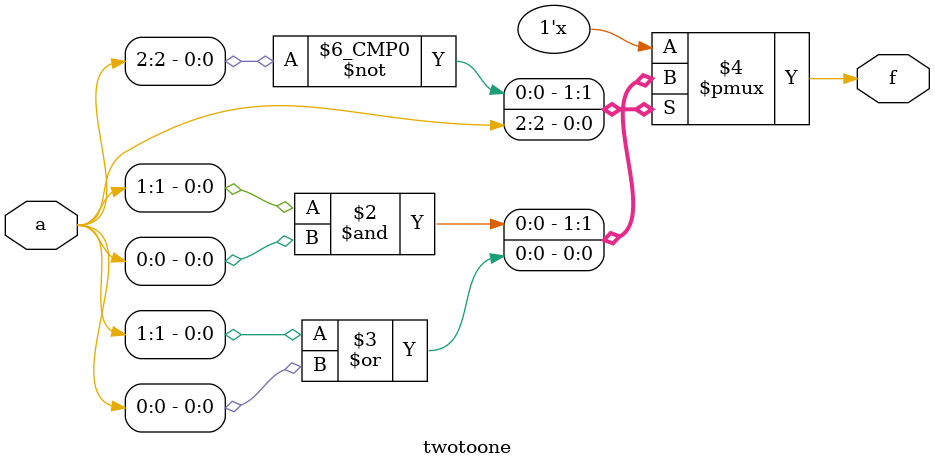
<source format=v>
module twotoone(a,f);
	input [2:0] a;
	output f;
	reg f;
	always @(a)
	begin
		case(a[2])
			0: f = a[1]&a[0];
			1: f = a[1]|a[0];
		endcase
	end
endmodule


</source>
